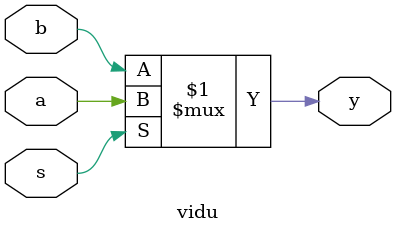
<source format=v>
module vidu(s,a,b,y);
	input a,b,s;
	output y;
	assign y = s?a:b;
endmodule
</source>
